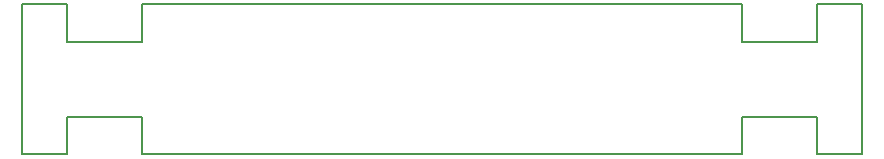
<source format=gbr>
G04 #@! TF.FileFunction,Profile,NP*
%FSLAX46Y46*%
G04 Gerber Fmt 4.6, Leading zero omitted, Abs format (unit mm)*
G04 Created by KiCad (PCBNEW 4.0.5+dfsg1-4) date Sat Jul 14 15:48:43 2018*
%MOMM*%
%LPD*%
G01*
G04 APERTURE LIST*
%ADD10C,0.100000*%
%ADD11C,0.150000*%
G04 APERTURE END LIST*
D10*
D11*
X15240000Y-38100000D02*
X19050000Y-38100000D01*
X15240000Y-25400000D02*
X15240000Y-38100000D01*
X19050000Y-25400000D02*
X15240000Y-25400000D01*
X86360000Y-38100000D02*
X82550000Y-38100000D01*
X86360000Y-25400000D02*
X86360000Y-38100000D01*
X82550000Y-25400000D02*
X86360000Y-25400000D01*
X19050000Y-38100000D02*
X19050000Y-34925000D01*
X19050000Y-28575000D02*
X19050000Y-25400000D01*
X25400000Y-38100000D02*
X25400000Y-34925000D01*
X25400000Y-28575000D02*
X25400000Y-25400000D01*
X25400000Y-28575000D02*
X19050000Y-28575000D01*
X25400000Y-34925000D02*
X19050000Y-34925000D01*
X82550000Y-25400000D02*
X82550000Y-28575000D01*
X82550000Y-34925000D02*
X82550000Y-38100000D01*
X76200000Y-34925000D02*
X76200000Y-38100000D01*
X76200000Y-25400000D02*
X76200000Y-28575000D01*
X76200000Y-34925000D02*
X82550000Y-34925000D01*
X76200000Y-28575000D02*
X82550000Y-28575000D01*
X76200000Y-25400000D02*
X25400000Y-25400000D01*
X25400000Y-38100000D02*
X76200000Y-38100000D01*
M02*

</source>
